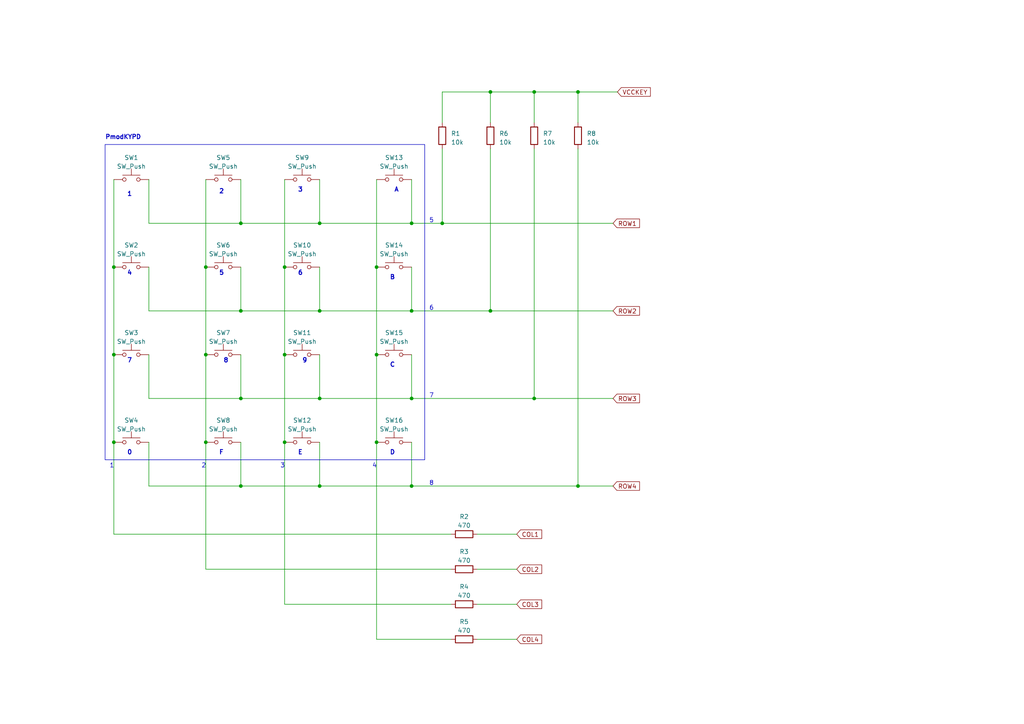
<source format=kicad_sch>
(kicad_sch (version 20230121) (generator eeschema)

  (uuid b4a36a6c-c955-49a8-9052-dbc7ea971579)

  (paper "A4")

  (title_block
    (title "KeyPad PmodKYPD")
    (date "2023-06-15")
  )

  (lib_symbols
    (symbol "Device:R" (pin_numbers hide) (pin_names (offset 0)) (in_bom yes) (on_board yes)
      (property "Reference" "R" (at 2.032 0 90)
        (effects (font (size 1.27 1.27)))
      )
      (property "Value" "R" (at 0 0 90)
        (effects (font (size 1.27 1.27)))
      )
      (property "Footprint" "" (at -1.778 0 90)
        (effects (font (size 1.27 1.27)) hide)
      )
      (property "Datasheet" "~" (at 0 0 0)
        (effects (font (size 1.27 1.27)) hide)
      )
      (property "ki_keywords" "R res resistor" (at 0 0 0)
        (effects (font (size 1.27 1.27)) hide)
      )
      (property "ki_description" "Resistor" (at 0 0 0)
        (effects (font (size 1.27 1.27)) hide)
      )
      (property "ki_fp_filters" "R_*" (at 0 0 0)
        (effects (font (size 1.27 1.27)) hide)
      )
      (symbol "R_0_1"
        (rectangle (start -1.016 -2.54) (end 1.016 2.54)
          (stroke (width 0.254) (type default))
          (fill (type none))
        )
      )
      (symbol "R_1_1"
        (pin passive line (at 0 3.81 270) (length 1.27)
          (name "~" (effects (font (size 1.27 1.27))))
          (number "1" (effects (font (size 1.27 1.27))))
        )
        (pin passive line (at 0 -3.81 90) (length 1.27)
          (name "~" (effects (font (size 1.27 1.27))))
          (number "2" (effects (font (size 1.27 1.27))))
        )
      )
    )
    (symbol "Switch:SW_Push" (pin_numbers hide) (pin_names (offset 1.016) hide) (in_bom yes) (on_board yes)
      (property "Reference" "SW" (at 1.27 2.54 0)
        (effects (font (size 1.27 1.27)) (justify left))
      )
      (property "Value" "SW_Push" (at 0 -1.524 0)
        (effects (font (size 1.27 1.27)))
      )
      (property "Footprint" "" (at 0 5.08 0)
        (effects (font (size 1.27 1.27)) hide)
      )
      (property "Datasheet" "~" (at 0 5.08 0)
        (effects (font (size 1.27 1.27)) hide)
      )
      (property "ki_keywords" "switch normally-open pushbutton push-button" (at 0 0 0)
        (effects (font (size 1.27 1.27)) hide)
      )
      (property "ki_description" "Push button switch, generic, two pins" (at 0 0 0)
        (effects (font (size 1.27 1.27)) hide)
      )
      (symbol "SW_Push_0_1"
        (circle (center -2.032 0) (radius 0.508)
          (stroke (width 0) (type default))
          (fill (type none))
        )
        (polyline
          (pts
            (xy 0 1.27)
            (xy 0 3.048)
          )
          (stroke (width 0) (type default))
          (fill (type none))
        )
        (polyline
          (pts
            (xy 2.54 1.27)
            (xy -2.54 1.27)
          )
          (stroke (width 0) (type default))
          (fill (type none))
        )
        (circle (center 2.032 0) (radius 0.508)
          (stroke (width 0) (type default))
          (fill (type none))
        )
        (pin passive line (at -5.08 0 0) (length 2.54)
          (name "1" (effects (font (size 1.27 1.27))))
          (number "1" (effects (font (size 1.27 1.27))))
        )
        (pin passive line (at 5.08 0 180) (length 2.54)
          (name "2" (effects (font (size 1.27 1.27))))
          (number "2" (effects (font (size 1.27 1.27))))
        )
      )
    )
  )

  (junction (at 33.02 128.27) (diameter 0) (color 0 0 0 0)
    (uuid 04551d68-1edd-4e30-8f82-8b9e798f0ace)
  )
  (junction (at 119.38 90.17) (diameter 0) (color 0 0 0 0)
    (uuid 0910a57e-3535-4975-b55f-fbc25b0e4ee6)
  )
  (junction (at 128.27 64.77) (diameter 0) (color 0 0 0 0)
    (uuid 0cb3140f-6c1b-451d-a1f0-a4826391e1f8)
  )
  (junction (at 69.85 115.57) (diameter 0) (color 0 0 0 0)
    (uuid 13821c97-61f9-4c50-9b0b-5800d9a18ab6)
  )
  (junction (at 167.64 140.97) (diameter 0) (color 0 0 0 0)
    (uuid 1575b1c0-b818-4ff5-b231-976f0164f152)
  )
  (junction (at 33.02 77.47) (diameter 0) (color 0 0 0 0)
    (uuid 1a759a79-28e0-4123-ae4e-e25b971b2143)
  )
  (junction (at 92.71 140.97) (diameter 0) (color 0 0 0 0)
    (uuid 23948470-2806-43da-9d1a-07be2096dd52)
  )
  (junction (at 69.85 64.77) (diameter 0) (color 0 0 0 0)
    (uuid 395d7063-7810-4f40-a98d-a55eb964009c)
  )
  (junction (at 109.22 102.87) (diameter 0) (color 0 0 0 0)
    (uuid 484ccf25-a3fb-4c94-8c2f-c923ef305e8f)
  )
  (junction (at 154.94 115.57) (diameter 0) (color 0 0 0 0)
    (uuid 4957c663-adaf-496d-8406-26aec5ff4233)
  )
  (junction (at 59.69 102.87) (diameter 0) (color 0 0 0 0)
    (uuid 4bfa99fa-d2ae-4e6e-bfb7-965449c05446)
  )
  (junction (at 92.71 115.57) (diameter 0) (color 0 0 0 0)
    (uuid 4cda5d8e-4d27-44ae-8867-a56009fcd1fc)
  )
  (junction (at 33.02 102.87) (diameter 0) (color 0 0 0 0)
    (uuid 526dbc9d-005d-4645-83eb-43b295f0c0e1)
  )
  (junction (at 154.94 26.67) (diameter 0) (color 0 0 0 0)
    (uuid 642f4f7e-18cf-41cb-8679-31c9bb60eec7)
  )
  (junction (at 59.69 77.47) (diameter 0) (color 0 0 0 0)
    (uuid 66b4cb0a-c59d-498c-84b5-73061684b24d)
  )
  (junction (at 82.55 77.47) (diameter 0) (color 0 0 0 0)
    (uuid 681600d8-2d66-48b2-a684-9310750b3f34)
  )
  (junction (at 119.38 140.97) (diameter 0) (color 0 0 0 0)
    (uuid 6bd3d7f7-0a86-4c54-ac0a-9185136b8995)
  )
  (junction (at 167.64 26.67) (diameter 0) (color 0 0 0 0)
    (uuid 70aa78bb-c3ce-4ce9-aba2-c8faf0668d8f)
  )
  (junction (at 119.38 64.77) (diameter 0) (color 0 0 0 0)
    (uuid 771b2d47-9cce-404e-a606-3cd2c21cab60)
  )
  (junction (at 92.71 90.17) (diameter 0) (color 0 0 0 0)
    (uuid 7ad064e7-9457-4d3b-9599-ccb0d569429a)
  )
  (junction (at 59.69 128.27) (diameter 0) (color 0 0 0 0)
    (uuid 7b042bcb-cbf6-4c08-95bd-8f4d4418e48f)
  )
  (junction (at 69.85 90.17) (diameter 0) (color 0 0 0 0)
    (uuid 81945e43-1ba1-4241-9acf-7bbed4a1d46c)
  )
  (junction (at 82.55 128.27) (diameter 0) (color 0 0 0 0)
    (uuid 838a5012-4aec-4e97-bcfe-00a30cc8054c)
  )
  (junction (at 109.22 77.47) (diameter 0) (color 0 0 0 0)
    (uuid 91e496fa-ff2b-432f-be36-33c9150e2ac6)
  )
  (junction (at 109.22 128.27) (diameter 0) (color 0 0 0 0)
    (uuid 93ceb3c5-331f-45d7-80cc-177076204a0f)
  )
  (junction (at 92.71 64.77) (diameter 0) (color 0 0 0 0)
    (uuid 9452854c-d041-48c3-9e31-ef728f5fd9cc)
  )
  (junction (at 82.55 102.87) (diameter 0) (color 0 0 0 0)
    (uuid ae1e45d2-ae2d-4897-b9ef-3db92caab0ce)
  )
  (junction (at 119.38 115.57) (diameter 0) (color 0 0 0 0)
    (uuid b2cd9be9-63b7-41c8-8e01-f031010a21c8)
  )
  (junction (at 142.24 90.17) (diameter 0) (color 0 0 0 0)
    (uuid c462570e-95fa-4695-a2e0-9a08f7675b4f)
  )
  (junction (at 142.24 26.67) (diameter 0) (color 0 0 0 0)
    (uuid ca7f3b26-186b-46e3-b555-835d1d6d1df1)
  )
  (junction (at 69.85 140.97) (diameter 0) (color 0 0 0 0)
    (uuid e5154a95-0580-4cb2-80fd-9b4439ba45db)
  )

  (wire (pts (xy 69.85 140.97) (xy 43.18 140.97))
    (stroke (width 0) (type default))
    (uuid 013b9343-6dad-4ea5-b3e8-d59bbf1550b2)
  )
  (wire (pts (xy 138.43 185.42) (xy 149.86 185.42))
    (stroke (width 0) (type default))
    (uuid 09981b55-c851-4526-ab0c-b61331112875)
  )
  (wire (pts (xy 43.18 77.47) (xy 43.18 90.17))
    (stroke (width 0) (type default))
    (uuid 09c2f85c-bc36-408d-b745-0a0d06d9dc3a)
  )
  (wire (pts (xy 59.69 52.07) (xy 59.69 77.47))
    (stroke (width 0) (type default))
    (uuid 0aa8c0f1-9b1a-41d2-9fe7-ae0015f643f8)
  )
  (wire (pts (xy 92.71 64.77) (xy 119.38 64.77))
    (stroke (width 0) (type default))
    (uuid 0c18f6e7-ee64-4245-87d3-309540cdefec)
  )
  (wire (pts (xy 128.27 35.56) (xy 128.27 26.67))
    (stroke (width 0) (type default))
    (uuid 125193d1-f5d3-4f4d-af09-dc3437c1d0c4)
  )
  (wire (pts (xy 177.8 140.97) (xy 167.64 140.97))
    (stroke (width 0) (type default))
    (uuid 1669c753-02ca-4e6e-b124-40554491ae2b)
  )
  (wire (pts (xy 69.85 77.47) (xy 69.85 90.17))
    (stroke (width 0) (type default))
    (uuid 1760d5ac-3688-47cf-adca-90be81f1c0a6)
  )
  (wire (pts (xy 119.38 128.27) (xy 119.38 140.97))
    (stroke (width 0) (type default))
    (uuid 17bc469e-a62f-453b-802a-893ae7f92048)
  )
  (wire (pts (xy 142.24 90.17) (xy 177.8 90.17))
    (stroke (width 0) (type default))
    (uuid 1dae89e1-3bd5-4f39-85cc-e60d1e35b297)
  )
  (wire (pts (xy 154.94 26.67) (xy 167.64 26.67))
    (stroke (width 0) (type default))
    (uuid 254e8994-b3d9-4bc0-b146-4baade9c6caa)
  )
  (wire (pts (xy 43.18 64.77) (xy 69.85 64.77))
    (stroke (width 0) (type default))
    (uuid 294ce95d-0a28-403d-956b-e99ac1089be5)
  )
  (wire (pts (xy 130.81 154.94) (xy 33.02 154.94))
    (stroke (width 0) (type default))
    (uuid 2c781880-b36b-49ec-9e58-b659c6cc4f03)
  )
  (wire (pts (xy 92.71 77.47) (xy 92.71 90.17))
    (stroke (width 0) (type default))
    (uuid 3c3aa23c-1ff7-4fa7-9a86-2a89ad0f4df9)
  )
  (wire (pts (xy 82.55 77.47) (xy 82.55 102.87))
    (stroke (width 0) (type default))
    (uuid 45dbbf21-0562-49ff-8441-634e62465e93)
  )
  (wire (pts (xy 138.43 165.1) (xy 149.86 165.1))
    (stroke (width 0) (type default))
    (uuid 471aefad-34b9-4b28-9413-f265ea7b2903)
  )
  (wire (pts (xy 59.69 102.87) (xy 59.69 128.27))
    (stroke (width 0) (type default))
    (uuid 47e28999-c2e6-4551-8939-f07f1337e6e1)
  )
  (wire (pts (xy 69.85 128.27) (xy 69.85 140.97))
    (stroke (width 0) (type default))
    (uuid 4ac3383f-6f5c-4e3d-a077-abd2b3874043)
  )
  (wire (pts (xy 167.64 140.97) (xy 119.38 140.97))
    (stroke (width 0) (type default))
    (uuid 4f85f450-3cb1-4e85-9574-59f783eeb042)
  )
  (wire (pts (xy 154.94 26.67) (xy 154.94 35.56))
    (stroke (width 0) (type default))
    (uuid 51f2f7f8-0f97-45f3-bfbb-4460512d5c67)
  )
  (wire (pts (xy 138.43 154.94) (xy 149.86 154.94))
    (stroke (width 0) (type default))
    (uuid 52299b26-a9f9-42c7-94d6-300e905e5e5a)
  )
  (wire (pts (xy 138.43 175.26) (xy 149.86 175.26))
    (stroke (width 0) (type default))
    (uuid 53a1e49b-87ed-47a3-a2cc-f85f912732e9)
  )
  (wire (pts (xy 43.18 102.87) (xy 43.18 115.57))
    (stroke (width 0) (type default))
    (uuid 5517ac4f-1491-476f-bcaf-c13f9bfd3a2d)
  )
  (wire (pts (xy 59.69 128.27) (xy 59.69 165.1))
    (stroke (width 0) (type default))
    (uuid 57c0e108-99da-410f-b603-6c7285409a16)
  )
  (wire (pts (xy 142.24 26.67) (xy 142.24 35.56))
    (stroke (width 0) (type default))
    (uuid 602e5c26-64a9-40a6-8353-7960c29d80d6)
  )
  (wire (pts (xy 109.22 52.07) (xy 109.22 77.47))
    (stroke (width 0) (type default))
    (uuid 6210d173-b5f6-4de4-ba43-d1035f67e48e)
  )
  (wire (pts (xy 119.38 140.97) (xy 92.71 140.97))
    (stroke (width 0) (type default))
    (uuid 6935f284-f1f1-42ba-8c2b-575a162c0e65)
  )
  (wire (pts (xy 109.22 102.87) (xy 109.22 128.27))
    (stroke (width 0) (type default))
    (uuid 69b946ba-8253-4306-b8fd-14e64e723f76)
  )
  (wire (pts (xy 69.85 64.77) (xy 92.71 64.77))
    (stroke (width 0) (type default))
    (uuid 6a76be87-ad3e-431d-af68-4a7e9f737102)
  )
  (wire (pts (xy 92.71 90.17) (xy 119.38 90.17))
    (stroke (width 0) (type default))
    (uuid 6b4ea3c6-f4c5-49c0-a8bb-f6f741ddeda1)
  )
  (wire (pts (xy 142.24 43.18) (xy 142.24 90.17))
    (stroke (width 0) (type default))
    (uuid 7421d818-cf55-4575-b946-01a143416b08)
  )
  (wire (pts (xy 69.85 52.07) (xy 69.85 64.77))
    (stroke (width 0) (type default))
    (uuid 7bc61432-ab8c-4865-b952-25133d7430f1)
  )
  (wire (pts (xy 119.38 90.17) (xy 142.24 90.17))
    (stroke (width 0) (type default))
    (uuid 80169881-b4ca-466c-af9b-314c6cc18354)
  )
  (wire (pts (xy 92.71 102.87) (xy 92.71 115.57))
    (stroke (width 0) (type default))
    (uuid 81108317-7161-4d59-bcc8-a51570b5455a)
  )
  (wire (pts (xy 92.71 128.27) (xy 92.71 140.97))
    (stroke (width 0) (type default))
    (uuid 83f4dbed-1d73-410f-a214-3d19a6a24a3f)
  )
  (wire (pts (xy 82.55 102.87) (xy 82.55 128.27))
    (stroke (width 0) (type default))
    (uuid 89b9caa6-fdcc-443d-aed2-7ef2235d002c)
  )
  (wire (pts (xy 142.24 26.67) (xy 154.94 26.67))
    (stroke (width 0) (type default))
    (uuid 8a9907be-defa-42b1-ad80-5cc55b82a530)
  )
  (wire (pts (xy 119.38 115.57) (xy 154.94 115.57))
    (stroke (width 0) (type default))
    (uuid 8da464ab-6499-4023-9afa-b36cfa57284e)
  )
  (wire (pts (xy 167.64 26.67) (xy 167.64 35.56))
    (stroke (width 0) (type default))
    (uuid 8dc04c48-84c7-4b27-adac-5f8ce4722941)
  )
  (wire (pts (xy 69.85 102.87) (xy 69.85 115.57))
    (stroke (width 0) (type default))
    (uuid 8dd07aa5-d3a1-4748-82f8-f13b150e141b)
  )
  (wire (pts (xy 92.71 140.97) (xy 69.85 140.97))
    (stroke (width 0) (type default))
    (uuid 9671dc86-3453-4de2-b4d3-701245d79456)
  )
  (wire (pts (xy 43.18 140.97) (xy 43.18 128.27))
    (stroke (width 0) (type default))
    (uuid 975fbb5a-0eee-412b-afe1-8dde42d153b3)
  )
  (wire (pts (xy 109.22 77.47) (xy 109.22 102.87))
    (stroke (width 0) (type default))
    (uuid 99fa76bb-87a7-4f57-8372-cb77d74a71de)
  )
  (wire (pts (xy 119.38 102.87) (xy 119.38 115.57))
    (stroke (width 0) (type default))
    (uuid 9ed37547-7f68-44c8-9047-50e605a31c3d)
  )
  (wire (pts (xy 43.18 90.17) (xy 69.85 90.17))
    (stroke (width 0) (type default))
    (uuid 9f43458b-e373-4101-bee3-8dd325bbd010)
  )
  (wire (pts (xy 82.55 52.07) (xy 82.55 77.47))
    (stroke (width 0) (type default))
    (uuid a06fc0df-626a-4fae-b064-1eb3149996b3)
  )
  (wire (pts (xy 119.38 52.07) (xy 119.38 64.77))
    (stroke (width 0) (type default))
    (uuid a480f1ec-4a53-4adb-b2b8-45e9d20c5a59)
  )
  (wire (pts (xy 109.22 185.42) (xy 130.81 185.42))
    (stroke (width 0) (type default))
    (uuid a518f57f-ad78-4cce-9956-f7fdcfab4a84)
  )
  (wire (pts (xy 154.94 115.57) (xy 177.8 115.57))
    (stroke (width 0) (type default))
    (uuid a55fc7ff-8a70-4745-94b8-3acf8989c6c4)
  )
  (wire (pts (xy 167.64 26.67) (xy 179.07 26.67))
    (stroke (width 0) (type default))
    (uuid ac4cb46b-3ec1-47c5-9e6e-3247f7b2a625)
  )
  (wire (pts (xy 167.64 43.18) (xy 167.64 140.97))
    (stroke (width 0) (type default))
    (uuid ad760205-7270-4d46-8f6c-c16d3032f711)
  )
  (wire (pts (xy 69.85 90.17) (xy 92.71 90.17))
    (stroke (width 0) (type default))
    (uuid aee159f2-40ed-4fa2-b9ee-a04d1f02efed)
  )
  (wire (pts (xy 119.38 64.77) (xy 128.27 64.77))
    (stroke (width 0) (type default))
    (uuid b13aa199-ae85-4889-a07d-b82f671d1eb7)
  )
  (wire (pts (xy 33.02 128.27) (xy 33.02 154.94))
    (stroke (width 0) (type default))
    (uuid b9cc74d1-49ba-4972-ab58-eb7876e2a2f2)
  )
  (wire (pts (xy 43.18 52.07) (xy 43.18 64.77))
    (stroke (width 0) (type default))
    (uuid bb0a0186-70ae-4e06-9a11-5fafad8486ef)
  )
  (wire (pts (xy 59.69 165.1) (xy 130.81 165.1))
    (stroke (width 0) (type default))
    (uuid c1160029-a063-408f-9c31-9255e4567050)
  )
  (wire (pts (xy 33.02 77.47) (xy 33.02 102.87))
    (stroke (width 0) (type default))
    (uuid c6eff51a-7ad1-4ff6-bf17-1838200fba14)
  )
  (wire (pts (xy 119.38 77.47) (xy 119.38 90.17))
    (stroke (width 0) (type default))
    (uuid c775c3f2-dbf6-43f2-b6bd-a93c60a7c162)
  )
  (wire (pts (xy 43.18 115.57) (xy 69.85 115.57))
    (stroke (width 0) (type default))
    (uuid c805edef-1d5d-48da-a626-9b0072ba146d)
  )
  (wire (pts (xy 33.02 52.07) (xy 33.02 77.47))
    (stroke (width 0) (type default))
    (uuid cd4709a8-43f6-4ce9-b6a7-42bac611e928)
  )
  (wire (pts (xy 109.22 128.27) (xy 109.22 185.42))
    (stroke (width 0) (type default))
    (uuid ceb218e3-b15c-4696-94b5-568bec01a55c)
  )
  (wire (pts (xy 154.94 43.18) (xy 154.94 115.57))
    (stroke (width 0) (type default))
    (uuid d5b7268a-f037-481c-b349-cba5364d7b4e)
  )
  (wire (pts (xy 82.55 175.26) (xy 130.81 175.26))
    (stroke (width 0) (type default))
    (uuid db78df2a-f90f-4b53-ad42-e8da22fea6d7)
  )
  (wire (pts (xy 128.27 64.77) (xy 177.8 64.77))
    (stroke (width 0) (type default))
    (uuid dc3997ee-46f8-40af-99a5-0d61cf0783e0)
  )
  (wire (pts (xy 59.69 77.47) (xy 59.69 102.87))
    (stroke (width 0) (type default))
    (uuid de542b45-a760-4e50-8b77-698887cdad50)
  )
  (wire (pts (xy 128.27 26.67) (xy 142.24 26.67))
    (stroke (width 0) (type default))
    (uuid e06eeb12-8560-45a7-8fbb-bf2b9e3f4dac)
  )
  (wire (pts (xy 82.55 128.27) (xy 82.55 175.26))
    (stroke (width 0) (type default))
    (uuid ec519a11-9427-442e-b168-5086e190f1b5)
  )
  (wire (pts (xy 128.27 43.18) (xy 128.27 64.77))
    (stroke (width 0) (type default))
    (uuid f4d6c26a-90a1-47b5-ba94-e24cb61e650d)
  )
  (wire (pts (xy 92.71 115.57) (xy 119.38 115.57))
    (stroke (width 0) (type default))
    (uuid f84a010f-41c8-46d2-9a69-6e5f3b130269)
  )
  (wire (pts (xy 69.85 115.57) (xy 92.71 115.57))
    (stroke (width 0) (type default))
    (uuid f91ff76b-6410-4a0a-b0ca-68f63e2c99a0)
  )
  (wire (pts (xy 92.71 52.07) (xy 92.71 64.77))
    (stroke (width 0) (type default))
    (uuid f97a4497-85eb-4cd4-a1f4-e8d331936eae)
  )
  (wire (pts (xy 33.02 102.87) (xy 33.02 128.27))
    (stroke (width 0) (type default))
    (uuid ff0ae958-2fab-4746-a753-0943e375dd3c)
  )

  (rectangle (start 30.48 41.91) (end 123.19 133.35)
    (stroke (width 0) (type default))
    (fill (type none))
    (uuid d9de17f3-dcbe-49af-8acd-85b29f646925)
  )

  (text "5" (at 124.46 64.77 0)
    (effects (font (size 1.27 1.27)) (justify left bottom))
    (uuid 037e6abf-a217-42b4-9546-5df46efcc553)
  )
  (text "6" (at 124.46 90.17 0)
    (effects (font (size 1.27 1.27)) (justify left bottom))
    (uuid 0bcadea0-0b4e-4286-84ee-03d0ff688e18)
  )
  (text "C" (at 113.03 106.68 0)
    (effects (font (size 1.27 1.27) bold) (justify left bottom))
    (uuid 1f6e6627-6f43-4b66-801f-8b4c60025cf6)
  )
  (text "4" (at 107.95 135.89 0)
    (effects (font (size 1.27 1.27)) (justify left bottom))
    (uuid 29a82241-6505-425f-8b79-52909522a567)
  )
  (text "5" (at 63.5 80.01 0)
    (effects (font (size 1.27 1.27) bold) (justify left bottom))
    (uuid 415f2999-8f96-41da-ac6a-1cd0c6eb8e91)
  )
  (text "E" (at 86.36 132.08 0)
    (effects (font (size 1.27 1.27) bold) (justify left bottom))
    (uuid 4ef40c02-f16c-478b-9f47-1f990c2ae4cc)
  )
  (text "A" (at 114.3 55.88 0)
    (effects (font (size 1.27 1.27) bold) (justify left bottom))
    (uuid 5a5442c1-300f-4b69-a042-9d5b9e5574bc)
  )
  (text "8" (at 64.77 105.41 0)
    (effects (font (size 1.27 1.27) bold) (justify left bottom))
    (uuid 5e1421f6-6965-479e-b8a5-66b7ad6c5f25)
  )
  (text "7" (at 124.46 115.57 0)
    (effects (font (size 1.27 1.27)) (justify left bottom))
    (uuid 5f7cf2b0-302a-4aaf-8741-a0ce8c2c0785)
  )
  (text "6" (at 86.36 80.01 0)
    (effects (font (size 1.27 1.27) bold) (justify left bottom))
    (uuid 688932d3-9531-41a9-9d2f-372c30d6dee1)
  )
  (text "PmodKYPD" (at 30.48 40.64 0)
    (effects (font (size 1.27 1.27) bold) (justify left bottom))
    (uuid 69201359-5be8-4ab5-a336-3b5257ead266)
  )
  (text "4" (at 36.83 80.01 0)
    (effects (font (size 1.27 1.27) bold) (justify left bottom))
    (uuid 7c22c4da-be15-410f-b190-2e4508f33f7c)
  )
  (text "2\n\n" (at 63.5 58.42 0)
    (effects (font (size 1.27 1.27) bold) (justify left bottom))
    (uuid 7f952a2c-f942-4a7e-8c72-ad1cab71c3f9)
  )
  (text "9" (at 87.63 105.41 0)
    (effects (font (size 1.27 1.27) bold) (justify left bottom))
    (uuid 8988e52b-64cc-44ee-aadf-6066fe5910eb)
  )
  (text "8" (at 124.46 140.97 0)
    (effects (font (size 1.27 1.27)) (justify left bottom))
    (uuid 95e5cfb4-d609-4b6b-9eda-ea4e0155fbac)
  )
  (text "1" (at 31.75 135.89 0)
    (effects (font (size 1.27 1.27)) (justify left bottom))
    (uuid a41b1e8a-87d1-4b11-aaf4-b92676bbe91f)
  )
  (text "F" (at 63.5 132.08 0)
    (effects (font (size 1.27 1.27) bold) (justify left bottom))
    (uuid a45a5dd5-0ce2-4199-a472-7f5c340ad7e9)
  )
  (text "2" (at 58.42 135.89 0)
    (effects (font (size 1.27 1.27)) (justify left bottom))
    (uuid a89be44e-c5f9-4169-9460-b2b29a9aaa0f)
  )
  (text "D" (at 113.03 132.08 0)
    (effects (font (size 1.27 1.27) bold) (justify left bottom))
    (uuid c2430c34-69c0-4ab6-9e6c-4acd11fa7f81)
  )
  (text "3" (at 81.28 135.89 0)
    (effects (font (size 1.27 1.27)) (justify left bottom))
    (uuid c5411950-784b-4eb7-8347-f27ff2052b52)
  )
  (text "7" (at 36.83 105.41 0)
    (effects (font (size 1.27 1.27) bold) (justify left bottom))
    (uuid d4dde0ed-8f8e-454f-8015-d81c2b91aac0)
  )
  (text "0" (at 36.83 132.08 0)
    (effects (font (size 1.27 1.27) bold) (justify left bottom))
    (uuid e311db34-fbd1-4a37-a645-29bbf81e3a5a)
  )
  (text "1" (at 36.83 57.15 0)
    (effects (font (size 1.27 1.27) (thickness 0.254) bold) (justify left bottom))
    (uuid e32b71c2-78c2-48e6-9873-1508f91b9bff)
  )
  (text "B" (at 113.03 81.28 0)
    (effects (font (size 1.27 1.27) bold) (justify left bottom))
    (uuid e4f15f1c-fe96-47da-b704-b56ef96d5837)
  )
  (text "3" (at 86.36 55.88 0)
    (effects (font (size 1.27 1.27) bold) (justify left bottom))
    (uuid f14144ae-dc21-4ddc-b13c-999ce54114e0)
  )

  (global_label "ROW3" (shape input) (at 177.8 115.57 0) (fields_autoplaced)
    (effects (font (size 1.27 1.27)) (justify left))
    (uuid 340bbbe4-0f9a-4cda-82b6-a69694aefb75)
    (property "Intersheetrefs" "${INTERSHEET_REFS}" (at 185.9672 115.57 0)
      (effects (font (size 1.27 1.27)) (justify left) hide)
    )
  )
  (global_label "COL2" (shape input) (at 149.86 165.1 0) (fields_autoplaced)
    (effects (font (size 1.27 1.27)) (justify left))
    (uuid 42d1d9ed-5106-4537-b10e-2d05031610a1)
    (property "Intersheetrefs" "${INTERSHEET_REFS}" (at 157.6039 165.1 0)
      (effects (font (size 1.27 1.27)) (justify left) hide)
    )
  )
  (global_label "VCCKEY" (shape input) (at 179.07 26.67 0) (fields_autoplaced)
    (effects (font (size 1.27 1.27)) (justify left))
    (uuid 5f48622b-4018-47c6-9fdc-70f53d3e988f)
    (property "Intersheetrefs" "${INTERSHEET_REFS}" (at 189.112 26.67 0)
      (effects (font (size 1.27 1.27)) (justify left) hide)
    )
  )
  (global_label "ROW4" (shape input) (at 177.8 140.97 0) (fields_autoplaced)
    (effects (font (size 1.27 1.27)) (justify left))
    (uuid 9474a719-fb32-4aea-910d-ba9458b98ae1)
    (property "Intersheetrefs" "${INTERSHEET_REFS}" (at 185.9672 140.97 0)
      (effects (font (size 1.27 1.27)) (justify left) hide)
    )
  )
  (global_label "ROW2" (shape input) (at 177.8 90.17 0) (fields_autoplaced)
    (effects (font (size 1.27 1.27)) (justify left))
    (uuid badd331a-c252-4a32-8d2f-8d23769c52bf)
    (property "Intersheetrefs" "${INTERSHEET_REFS}" (at 185.9672 90.17 0)
      (effects (font (size 1.27 1.27)) (justify left) hide)
    )
  )
  (global_label "COL4" (shape input) (at 149.86 185.42 0) (fields_autoplaced)
    (effects (font (size 1.27 1.27)) (justify left))
    (uuid c1eed36a-c576-4b62-a237-e7572bc70bab)
    (property "Intersheetrefs" "${INTERSHEET_REFS}" (at 157.6039 185.42 0)
      (effects (font (size 1.27 1.27)) (justify left) hide)
    )
  )
  (global_label "ROW1" (shape input) (at 177.8 64.77 0) (fields_autoplaced)
    (effects (font (size 1.27 1.27)) (justify left))
    (uuid c2b6a976-1c7d-41fe-a035-6aba85cbf407)
    (property "Intersheetrefs" "${INTERSHEET_REFS}" (at 185.9672 64.77 0)
      (effects (font (size 1.27 1.27)) (justify left) hide)
    )
  )
  (global_label "COL1" (shape input) (at 149.86 154.94 0) (fields_autoplaced)
    (effects (font (size 1.27 1.27)) (justify left))
    (uuid d75e8edc-8cd3-4567-b255-6914941bcd0b)
    (property "Intersheetrefs" "${INTERSHEET_REFS}" (at 157.6039 154.94 0)
      (effects (font (size 1.27 1.27)) (justify left) hide)
    )
  )
  (global_label "COL3" (shape input) (at 149.86 175.26 0) (fields_autoplaced)
    (effects (font (size 1.27 1.27)) (justify left))
    (uuid ff774988-a185-41f3-993c-604075b50c25)
    (property "Intersheetrefs" "${INTERSHEET_REFS}" (at 157.6039 175.26 0)
      (effects (font (size 1.27 1.27)) (justify left) hide)
    )
  )

  (symbol (lib_id "Device:R") (at 134.62 154.94 270) (unit 1)
    (in_bom yes) (on_board yes) (dnp no) (fields_autoplaced)
    (uuid 0e35acd9-e8c2-4901-8aec-0af2f5c1f97c)
    (property "Reference" "R2" (at 134.62 149.86 90)
      (effects (font (size 1.27 1.27)))
    )
    (property "Value" "470" (at 134.62 152.4 90)
      (effects (font (size 1.27 1.27)))
    )
    (property "Footprint" "Resistor_SMD:R_0201_0603Metric" (at 134.62 153.162 90)
      (effects (font (size 1.27 1.27)) hide)
    )
    (property "Datasheet" "~" (at 134.62 154.94 0)
      (effects (font (size 1.27 1.27)) hide)
    )
    (pin "1" (uuid 43223bfb-a73b-4e3d-8169-f08068774861))
    (pin "2" (uuid d2ec8d6e-fa01-4310-80bb-4291abb8af1a))
    (instances
      (project "calculator"
        (path "/c551c393-3eaa-493e-8775-6217daf7eece"
          (reference "R2") (unit 1)
        )
        (path "/c551c393-3eaa-493e-8775-6217daf7eece/cbb934fa-8251-40d5-911c-ccb6ddf30dce"
          (reference "R10") (unit 1)
        )
      )
    )
  )

  (symbol (lib_id "Switch:SW_Push") (at 87.63 128.27 0) (unit 1)
    (in_bom yes) (on_board yes) (dnp no) (fields_autoplaced)
    (uuid 26fccf00-cb2a-4da0-9e95-1c7d3c72a446)
    (property "Reference" "SW12" (at 87.63 121.92 0)
      (effects (font (size 1.27 1.27)))
    )
    (property "Value" "SW_Push" (at 87.63 124.46 0)
      (effects (font (size 1.27 1.27)))
    )
    (property "Footprint" "Button_Switch_SMD:SW_Push_1P1T_NO_6x6mm_H9.5mm" (at 87.63 123.19 0)
      (effects (font (size 1.27 1.27)) hide)
    )
    (property "Datasheet" "~" (at 87.63 123.19 0)
      (effects (font (size 1.27 1.27)) hide)
    )
    (pin "1" (uuid 38d05fba-1491-4c77-a767-25804d718357))
    (pin "2" (uuid 11262350-2943-456b-9fe9-044eacf1ff3d))
    (instances
      (project "calculator"
        (path "/c551c393-3eaa-493e-8775-6217daf7eece"
          (reference "SW12") (unit 1)
        )
        (path "/c551c393-3eaa-493e-8775-6217daf7eece/cbb934fa-8251-40d5-911c-ccb6ddf30dce"
          (reference "SW28") (unit 1)
        )
      )
    )
  )

  (symbol (lib_id "Device:R") (at 142.24 39.37 180) (unit 1)
    (in_bom yes) (on_board yes) (dnp no) (fields_autoplaced)
    (uuid 38164659-1f37-472c-a89f-8d8ce0c831b1)
    (property "Reference" "R6" (at 144.78 38.735 0)
      (effects (font (size 1.27 1.27)) (justify right))
    )
    (property "Value" "10k" (at 144.78 41.275 0)
      (effects (font (size 1.27 1.27)) (justify right))
    )
    (property "Footprint" "Resistor_SMD:R_0201_0603Metric" (at 144.018 39.37 90)
      (effects (font (size 1.27 1.27)) hide)
    )
    (property "Datasheet" "~" (at 142.24 39.37 0)
      (effects (font (size 1.27 1.27)) hide)
    )
    (pin "1" (uuid a52c1aba-b4af-40dc-aeda-cf61dfdfa20e))
    (pin "2" (uuid 1a5f06bb-7e65-4f7c-948f-79667fbeaa78))
    (instances
      (project "calculator"
        (path "/c551c393-3eaa-493e-8775-6217daf7eece"
          (reference "R6") (unit 1)
        )
        (path "/c551c393-3eaa-493e-8775-6217daf7eece/cbb934fa-8251-40d5-911c-ccb6ddf30dce"
          (reference "R14") (unit 1)
        )
      )
    )
  )

  (symbol (lib_id "Switch:SW_Push") (at 64.77 128.27 0) (unit 1)
    (in_bom yes) (on_board yes) (dnp no) (fields_autoplaced)
    (uuid 462a93af-efc4-42b8-845d-15744e0c21f0)
    (property "Reference" "SW8" (at 64.77 121.92 0)
      (effects (font (size 1.27 1.27)))
    )
    (property "Value" "SW_Push" (at 64.77 124.46 0)
      (effects (font (size 1.27 1.27)))
    )
    (property "Footprint" "Button_Switch_SMD:SW_Push_1P1T_NO_6x6mm_H9.5mm" (at 64.77 123.19 0)
      (effects (font (size 1.27 1.27)) hide)
    )
    (property "Datasheet" "~" (at 64.77 123.19 0)
      (effects (font (size 1.27 1.27)) hide)
    )
    (pin "1" (uuid 40907805-8c07-451a-a1b7-27f8315ce64d))
    (pin "2" (uuid ccb26000-476d-4972-b1cb-2e04341171d9))
    (instances
      (project "calculator"
        (path "/c551c393-3eaa-493e-8775-6217daf7eece"
          (reference "SW8") (unit 1)
        )
        (path "/c551c393-3eaa-493e-8775-6217daf7eece/cbb934fa-8251-40d5-911c-ccb6ddf30dce"
          (reference "SW24") (unit 1)
        )
      )
    )
  )

  (symbol (lib_id "Switch:SW_Push") (at 64.77 52.07 0) (unit 1)
    (in_bom yes) (on_board yes) (dnp no) (fields_autoplaced)
    (uuid 4a237930-07d8-41fd-8f3d-6a06b55b31c6)
    (property "Reference" "SW5" (at 64.77 45.72 0)
      (effects (font (size 1.27 1.27)))
    )
    (property "Value" "SW_Push" (at 64.77 48.26 0)
      (effects (font (size 1.27 1.27)))
    )
    (property "Footprint" "Button_Switch_SMD:SW_Push_1P1T_NO_6x6mm_H9.5mm" (at 64.77 46.99 0)
      (effects (font (size 1.27 1.27)) hide)
    )
    (property "Datasheet" "~" (at 64.77 46.99 0)
      (effects (font (size 1.27 1.27)) hide)
    )
    (pin "1" (uuid dec30b68-5a6b-4e6a-abc1-e0b14496a862))
    (pin "2" (uuid 044b12e2-e9a7-4137-bb2b-2a6214cab51d))
    (instances
      (project "calculator"
        (path "/c551c393-3eaa-493e-8775-6217daf7eece"
          (reference "SW5") (unit 1)
        )
        (path "/c551c393-3eaa-493e-8775-6217daf7eece/cbb934fa-8251-40d5-911c-ccb6ddf30dce"
          (reference "SW21") (unit 1)
        )
      )
    )
  )

  (symbol (lib_id "Switch:SW_Push") (at 114.3 77.47 0) (unit 1)
    (in_bom yes) (on_board yes) (dnp no) (fields_autoplaced)
    (uuid 4deff4ac-d072-48c2-bed2-2363dfb900d2)
    (property "Reference" "SW14" (at 114.3 71.12 0)
      (effects (font (size 1.27 1.27)))
    )
    (property "Value" "SW_Push" (at 114.3 73.66 0)
      (effects (font (size 1.27 1.27)))
    )
    (property "Footprint" "Button_Switch_SMD:SW_Push_1P1T_NO_6x6mm_H9.5mm" (at 114.3 72.39 0)
      (effects (font (size 1.27 1.27)) hide)
    )
    (property "Datasheet" "~" (at 114.3 72.39 0)
      (effects (font (size 1.27 1.27)) hide)
    )
    (pin "1" (uuid 0494edc8-b1c3-4be1-b52b-5f1df0ac94ea))
    (pin "2" (uuid 8a1174ba-a7eb-4b9c-b8ab-817a8a6f7ba2))
    (instances
      (project "calculator"
        (path "/c551c393-3eaa-493e-8775-6217daf7eece"
          (reference "SW14") (unit 1)
        )
        (path "/c551c393-3eaa-493e-8775-6217daf7eece/cbb934fa-8251-40d5-911c-ccb6ddf30dce"
          (reference "SW30") (unit 1)
        )
      )
    )
  )

  (symbol (lib_id "Switch:SW_Push") (at 38.1 128.27 0) (unit 1)
    (in_bom yes) (on_board yes) (dnp no) (fields_autoplaced)
    (uuid 547256a0-2ce7-4ccc-adab-d754836049b3)
    (property "Reference" "SW4" (at 38.1 121.92 0)
      (effects (font (size 1.27 1.27)))
    )
    (property "Value" "SW_Push" (at 38.1 124.46 0)
      (effects (font (size 1.27 1.27)))
    )
    (property "Footprint" "Button_Switch_SMD:SW_Push_1P1T_NO_6x6mm_H9.5mm" (at 38.1 123.19 0)
      (effects (font (size 1.27 1.27)) hide)
    )
    (property "Datasheet" "~" (at 38.1 123.19 0)
      (effects (font (size 1.27 1.27)) hide)
    )
    (pin "1" (uuid 9d019743-6f25-4374-8dba-c60add3fc600))
    (pin "2" (uuid 02bf9dab-99fa-4924-ba0f-d2aeea368df4))
    (instances
      (project "calculator"
        (path "/c551c393-3eaa-493e-8775-6217daf7eece"
          (reference "SW4") (unit 1)
        )
        (path "/c551c393-3eaa-493e-8775-6217daf7eece/cbb934fa-8251-40d5-911c-ccb6ddf30dce"
          (reference "SW20") (unit 1)
        )
      )
    )
  )

  (symbol (lib_id "Device:R") (at 134.62 185.42 270) (unit 1)
    (in_bom yes) (on_board yes) (dnp no) (fields_autoplaced)
    (uuid 5617e659-56cb-4ec7-9590-19531bfb7fb1)
    (property "Reference" "R5" (at 134.62 180.34 90)
      (effects (font (size 1.27 1.27)))
    )
    (property "Value" "470" (at 134.62 182.88 90)
      (effects (font (size 1.27 1.27)))
    )
    (property "Footprint" "Resistor_SMD:R_0201_0603Metric" (at 134.62 183.642 90)
      (effects (font (size 1.27 1.27)) hide)
    )
    (property "Datasheet" "~" (at 134.62 185.42 0)
      (effects (font (size 1.27 1.27)) hide)
    )
    (pin "1" (uuid 4b23235c-d457-4ae5-9679-e3ea1c158c2b))
    (pin "2" (uuid 6deac830-8599-42c9-8c8a-d7a22a22ae3f))
    (instances
      (project "calculator"
        (path "/c551c393-3eaa-493e-8775-6217daf7eece"
          (reference "R5") (unit 1)
        )
        (path "/c551c393-3eaa-493e-8775-6217daf7eece/cbb934fa-8251-40d5-911c-ccb6ddf30dce"
          (reference "R13") (unit 1)
        )
      )
    )
  )

  (symbol (lib_id "Switch:SW_Push") (at 38.1 77.47 0) (unit 1)
    (in_bom yes) (on_board yes) (dnp no) (fields_autoplaced)
    (uuid 595d6b3b-669c-4ff0-a773-7b223a45178d)
    (property "Reference" "SW2" (at 38.1 71.12 0)
      (effects (font (size 1.27 1.27)))
    )
    (property "Value" "SW_Push" (at 38.1 73.66 0)
      (effects (font (size 1.27 1.27)))
    )
    (property "Footprint" "Button_Switch_SMD:SW_Push_1P1T_NO_6x6mm_H9.5mm" (at 38.1 72.39 0)
      (effects (font (size 1.27 1.27)) hide)
    )
    (property "Datasheet" "~" (at 38.1 72.39 0)
      (effects (font (size 1.27 1.27)) hide)
    )
    (pin "1" (uuid 1366e402-1574-435a-9121-d6343bf65e94))
    (pin "2" (uuid 5fafae8b-b89a-4d34-a7f5-8a4065ddfbc9))
    (instances
      (project "calculator"
        (path "/c551c393-3eaa-493e-8775-6217daf7eece"
          (reference "SW2") (unit 1)
        )
        (path "/c551c393-3eaa-493e-8775-6217daf7eece/cbb934fa-8251-40d5-911c-ccb6ddf30dce"
          (reference "SW18") (unit 1)
        )
      )
    )
  )

  (symbol (lib_id "Switch:SW_Push") (at 114.3 102.87 0) (unit 1)
    (in_bom yes) (on_board yes) (dnp no) (fields_autoplaced)
    (uuid 59b459e6-ad39-48b4-b9e2-adcea5f8901d)
    (property "Reference" "SW15" (at 114.3 96.52 0)
      (effects (font (size 1.27 1.27)))
    )
    (property "Value" "SW_Push" (at 114.3 99.06 0)
      (effects (font (size 1.27 1.27)))
    )
    (property "Footprint" "Button_Switch_SMD:SW_Push_1P1T_NO_6x6mm_H9.5mm" (at 114.3 97.79 0)
      (effects (font (size 1.27 1.27)) hide)
    )
    (property "Datasheet" "~" (at 114.3 97.79 0)
      (effects (font (size 1.27 1.27)) hide)
    )
    (pin "1" (uuid c5069c64-3091-4c4c-9828-74ea1c5c047f))
    (pin "2" (uuid f6363c63-31d7-4e56-a198-3964cdd89b0e))
    (instances
      (project "calculator"
        (path "/c551c393-3eaa-493e-8775-6217daf7eece"
          (reference "SW15") (unit 1)
        )
        (path "/c551c393-3eaa-493e-8775-6217daf7eece/cbb934fa-8251-40d5-911c-ccb6ddf30dce"
          (reference "SW31") (unit 1)
        )
      )
    )
  )

  (symbol (lib_id "Device:R") (at 128.27 39.37 180) (unit 1)
    (in_bom yes) (on_board yes) (dnp no) (fields_autoplaced)
    (uuid 5c0f61a2-02de-48c0-911d-08155089765f)
    (property "Reference" "R1" (at 130.81 38.735 0)
      (effects (font (size 1.27 1.27)) (justify right))
    )
    (property "Value" "10k" (at 130.81 41.275 0)
      (effects (font (size 1.27 1.27)) (justify right))
    )
    (property "Footprint" "Resistor_SMD:R_0201_0603Metric" (at 130.048 39.37 90)
      (effects (font (size 1.27 1.27)) hide)
    )
    (property "Datasheet" "~" (at 128.27 39.37 0)
      (effects (font (size 1.27 1.27)) hide)
    )
    (pin "1" (uuid ac835c9f-d05c-4a8f-afff-4356621b6d5d))
    (pin "2" (uuid 0e4b4ee0-cd75-4791-a44b-cbd3d885d0a0))
    (instances
      (project "calculator"
        (path "/c551c393-3eaa-493e-8775-6217daf7eece"
          (reference "R1") (unit 1)
        )
        (path "/c551c393-3eaa-493e-8775-6217daf7eece/cbb934fa-8251-40d5-911c-ccb6ddf30dce"
          (reference "R9") (unit 1)
        )
      )
    )
  )

  (symbol (lib_id "Switch:SW_Push") (at 87.63 102.87 0) (unit 1)
    (in_bom yes) (on_board yes) (dnp no) (fields_autoplaced)
    (uuid 638468fb-025b-460f-8c64-58b093480307)
    (property "Reference" "SW11" (at 87.63 96.52 0)
      (effects (font (size 1.27 1.27)))
    )
    (property "Value" "SW_Push" (at 87.63 99.06 0)
      (effects (font (size 1.27 1.27)))
    )
    (property "Footprint" "Button_Switch_SMD:SW_Push_1P1T_NO_6x6mm_H9.5mm" (at 87.63 97.79 0)
      (effects (font (size 1.27 1.27)) hide)
    )
    (property "Datasheet" "~" (at 87.63 97.79 0)
      (effects (font (size 1.27 1.27)) hide)
    )
    (pin "1" (uuid 2a6b717c-5385-4cc1-8eac-7f8541b6fb6c))
    (pin "2" (uuid 91a38186-4670-4b85-bc9e-ada25d35aa65))
    (instances
      (project "calculator"
        (path "/c551c393-3eaa-493e-8775-6217daf7eece"
          (reference "SW11") (unit 1)
        )
        (path "/c551c393-3eaa-493e-8775-6217daf7eece/cbb934fa-8251-40d5-911c-ccb6ddf30dce"
          (reference "SW27") (unit 1)
        )
      )
    )
  )

  (symbol (lib_id "Switch:SW_Push") (at 114.3 128.27 0) (unit 1)
    (in_bom yes) (on_board yes) (dnp no) (fields_autoplaced)
    (uuid 810969a6-48f4-4fcf-ad39-db6d38766fdc)
    (property "Reference" "SW16" (at 114.3 121.92 0)
      (effects (font (size 1.27 1.27)))
    )
    (property "Value" "SW_Push" (at 114.3 124.46 0)
      (effects (font (size 1.27 1.27)))
    )
    (property "Footprint" "Button_Switch_SMD:SW_Push_1P1T_NO_6x6mm_H9.5mm" (at 114.3 123.19 0)
      (effects (font (size 1.27 1.27)) hide)
    )
    (property "Datasheet" "~" (at 114.3 123.19 0)
      (effects (font (size 1.27 1.27)) hide)
    )
    (pin "1" (uuid a866cc52-c721-40f9-a04d-dda29659c9a7))
    (pin "2" (uuid aba1b06d-f50d-4079-9ff9-13b40a892b6d))
    (instances
      (project "calculator"
        (path "/c551c393-3eaa-493e-8775-6217daf7eece"
          (reference "SW16") (unit 1)
        )
        (path "/c551c393-3eaa-493e-8775-6217daf7eece/cbb934fa-8251-40d5-911c-ccb6ddf30dce"
          (reference "SW32") (unit 1)
        )
      )
    )
  )

  (symbol (lib_id "Switch:SW_Push") (at 38.1 102.87 0) (unit 1)
    (in_bom yes) (on_board yes) (dnp no) (fields_autoplaced)
    (uuid 8109db81-eacc-42f3-9aff-448abd4bcd41)
    (property "Reference" "SW3" (at 38.1 96.52 0)
      (effects (font (size 1.27 1.27)))
    )
    (property "Value" "SW_Push" (at 38.1 99.06 0)
      (effects (font (size 1.27 1.27)))
    )
    (property "Footprint" "Button_Switch_SMD:SW_Push_1P1T_NO_6x6mm_H9.5mm" (at 38.1 97.79 0)
      (effects (font (size 1.27 1.27)) hide)
    )
    (property "Datasheet" "~" (at 38.1 97.79 0)
      (effects (font (size 1.27 1.27)) hide)
    )
    (pin "1" (uuid 4efb5ed5-4f12-4ce3-9a3e-0b117b0cbf6f))
    (pin "2" (uuid 3708abcd-df08-4b49-9231-0517defd2ada))
    (instances
      (project "calculator"
        (path "/c551c393-3eaa-493e-8775-6217daf7eece"
          (reference "SW3") (unit 1)
        )
        (path "/c551c393-3eaa-493e-8775-6217daf7eece/cbb934fa-8251-40d5-911c-ccb6ddf30dce"
          (reference "SW19") (unit 1)
        )
      )
    )
  )

  (symbol (lib_id "Switch:SW_Push") (at 38.1 52.07 0) (unit 1)
    (in_bom yes) (on_board yes) (dnp no) (fields_autoplaced)
    (uuid 92aaba11-03c4-4be5-8833-00dae4d93ea1)
    (property "Reference" "SW1" (at 38.1 45.72 0)
      (effects (font (size 1.27 1.27)))
    )
    (property "Value" "SW_Push" (at 38.1 48.26 0)
      (effects (font (size 1.27 1.27)))
    )
    (property "Footprint" "Button_Switch_SMD:SW_Push_1P1T_NO_6x6mm_H9.5mm" (at 38.1 46.99 0)
      (effects (font (size 1.27 1.27)) hide)
    )
    (property "Datasheet" "~" (at 38.1 46.99 0)
      (effects (font (size 1.27 1.27)) hide)
    )
    (pin "1" (uuid 6b22927c-056a-40c5-a7a2-170b6c87934b))
    (pin "2" (uuid 315db256-d68c-4002-b05d-65a51c9269b1))
    (instances
      (project "calculator"
        (path "/c551c393-3eaa-493e-8775-6217daf7eece"
          (reference "SW1") (unit 1)
        )
        (path "/c551c393-3eaa-493e-8775-6217daf7eece/cbb934fa-8251-40d5-911c-ccb6ddf30dce"
          (reference "SW17") (unit 1)
        )
      )
    )
  )

  (symbol (lib_id "Switch:SW_Push") (at 87.63 52.07 0) (unit 1)
    (in_bom yes) (on_board yes) (dnp no) (fields_autoplaced)
    (uuid 9f31c292-83bc-4d87-9e96-ee6ccaaf410f)
    (property "Reference" "SW9" (at 87.63 45.72 0)
      (effects (font (size 1.27 1.27)))
    )
    (property "Value" "SW_Push" (at 87.63 48.26 0)
      (effects (font (size 1.27 1.27)))
    )
    (property "Footprint" "Button_Switch_SMD:SW_Push_1P1T_NO_6x6mm_H9.5mm" (at 87.63 46.99 0)
      (effects (font (size 1.27 1.27)) hide)
    )
    (property "Datasheet" "~" (at 87.63 46.99 0)
      (effects (font (size 1.27 1.27)) hide)
    )
    (pin "1" (uuid 98e726e4-57ba-4cff-87a4-f2ec7d4e0488))
    (pin "2" (uuid 03aad8f7-fb2c-47c8-bb8b-1a6459306e5a))
    (instances
      (project "calculator"
        (path "/c551c393-3eaa-493e-8775-6217daf7eece"
          (reference "SW9") (unit 1)
        )
        (path "/c551c393-3eaa-493e-8775-6217daf7eece/cbb934fa-8251-40d5-911c-ccb6ddf30dce"
          (reference "SW25") (unit 1)
        )
      )
    )
  )

  (symbol (lib_id "Switch:SW_Push") (at 114.3 52.07 0) (unit 1)
    (in_bom yes) (on_board yes) (dnp no) (fields_autoplaced)
    (uuid b2bdb157-e9db-42fb-b46e-dc2e3c6e08e0)
    (property "Reference" "SW13" (at 114.3 45.72 0)
      (effects (font (size 1.27 1.27)))
    )
    (property "Value" "SW_Push" (at 114.3 48.26 0)
      (effects (font (size 1.27 1.27)))
    )
    (property "Footprint" "Button_Switch_SMD:SW_Push_1P1T_NO_6x6mm_H9.5mm" (at 114.3 46.99 0)
      (effects (font (size 1.27 1.27)) hide)
    )
    (property "Datasheet" "~" (at 114.3 46.99 0)
      (effects (font (size 1.27 1.27)) hide)
    )
    (pin "1" (uuid 618a1c08-7afb-4ddd-af6a-68eb616be5e5))
    (pin "2" (uuid 7faea948-7dae-4908-8a72-aa598e258350))
    (instances
      (project "calculator"
        (path "/c551c393-3eaa-493e-8775-6217daf7eece"
          (reference "SW13") (unit 1)
        )
        (path "/c551c393-3eaa-493e-8775-6217daf7eece/cbb934fa-8251-40d5-911c-ccb6ddf30dce"
          (reference "SW29") (unit 1)
        )
      )
    )
  )

  (symbol (lib_id "Switch:SW_Push") (at 64.77 77.47 0) (unit 1)
    (in_bom yes) (on_board yes) (dnp no) (fields_autoplaced)
    (uuid bee710f1-e766-4961-8028-f4e1199c5973)
    (property "Reference" "SW6" (at 64.77 71.12 0)
      (effects (font (size 1.27 1.27)))
    )
    (property "Value" "SW_Push" (at 64.77 73.66 0)
      (effects (font (size 1.27 1.27)))
    )
    (property "Footprint" "Button_Switch_SMD:SW_Push_1P1T_NO_6x6mm_H9.5mm" (at 64.77 72.39 0)
      (effects (font (size 1.27 1.27)) hide)
    )
    (property "Datasheet" "~" (at 64.77 72.39 0)
      (effects (font (size 1.27 1.27)) hide)
    )
    (pin "1" (uuid 8107c931-562c-4c91-aa16-48b9c522a21c))
    (pin "2" (uuid 6babc703-7f4d-4716-9cdb-1dc9961bdffe))
    (instances
      (project "calculator"
        (path "/c551c393-3eaa-493e-8775-6217daf7eece"
          (reference "SW6") (unit 1)
        )
        (path "/c551c393-3eaa-493e-8775-6217daf7eece/cbb934fa-8251-40d5-911c-ccb6ddf30dce"
          (reference "SW22") (unit 1)
        )
      )
    )
  )

  (symbol (lib_id "Device:R") (at 167.64 39.37 180) (unit 1)
    (in_bom yes) (on_board yes) (dnp no) (fields_autoplaced)
    (uuid c99d2d67-c813-4703-a568-0698f11a0ab5)
    (property "Reference" "R8" (at 170.18 38.735 0)
      (effects (font (size 1.27 1.27)) (justify right))
    )
    (property "Value" "10k" (at 170.18 41.275 0)
      (effects (font (size 1.27 1.27)) (justify right))
    )
    (property "Footprint" "Resistor_SMD:R_0201_0603Metric" (at 169.418 39.37 90)
      (effects (font (size 1.27 1.27)) hide)
    )
    (property "Datasheet" "~" (at 167.64 39.37 0)
      (effects (font (size 1.27 1.27)) hide)
    )
    (pin "1" (uuid 615ee804-d2f5-4dea-8248-b90a8ef1708d))
    (pin "2" (uuid 00b63c3f-484e-4f0c-83b2-36126a3604ea))
    (instances
      (project "calculator"
        (path "/c551c393-3eaa-493e-8775-6217daf7eece"
          (reference "R8") (unit 1)
        )
        (path "/c551c393-3eaa-493e-8775-6217daf7eece/cbb934fa-8251-40d5-911c-ccb6ddf30dce"
          (reference "R16") (unit 1)
        )
      )
    )
  )

  (symbol (lib_id "Device:R") (at 134.62 175.26 270) (unit 1)
    (in_bom yes) (on_board yes) (dnp no) (fields_autoplaced)
    (uuid d1ab6751-7045-406e-bcac-512f72fe9da3)
    (property "Reference" "R4" (at 134.62 170.18 90)
      (effects (font (size 1.27 1.27)))
    )
    (property "Value" "470" (at 134.62 172.72 90)
      (effects (font (size 1.27 1.27)))
    )
    (property "Footprint" "Resistor_SMD:R_0201_0603Metric" (at 134.62 173.482 90)
      (effects (font (size 1.27 1.27)) hide)
    )
    (property "Datasheet" "~" (at 134.62 175.26 0)
      (effects (font (size 1.27 1.27)) hide)
    )
    (pin "1" (uuid 40617152-759d-4162-ad5a-d80f6460bc2c))
    (pin "2" (uuid f9c9ceed-ea63-486d-bed4-9c71e599bd32))
    (instances
      (project "calculator"
        (path "/c551c393-3eaa-493e-8775-6217daf7eece"
          (reference "R4") (unit 1)
        )
        (path "/c551c393-3eaa-493e-8775-6217daf7eece/cbb934fa-8251-40d5-911c-ccb6ddf30dce"
          (reference "R12") (unit 1)
        )
      )
    )
  )

  (symbol (lib_id "Switch:SW_Push") (at 64.77 102.87 0) (unit 1)
    (in_bom yes) (on_board yes) (dnp no) (fields_autoplaced)
    (uuid d9bcc2cf-32c5-42ce-ba80-bbbe0d28c158)
    (property "Reference" "SW7" (at 64.77 96.52 0)
      (effects (font (size 1.27 1.27)))
    )
    (property "Value" "SW_Push" (at 64.77 99.06 0)
      (effects (font (size 1.27 1.27)))
    )
    (property "Footprint" "Button_Switch_SMD:SW_Push_1P1T_NO_6x6mm_H9.5mm" (at 64.77 97.79 0)
      (effects (font (size 1.27 1.27)) hide)
    )
    (property "Datasheet" "~" (at 64.77 97.79 0)
      (effects (font (size 1.27 1.27)) hide)
    )
    (pin "1" (uuid 230fa97f-13a8-453f-9b1d-d86f23e5aae0))
    (pin "2" (uuid a81c3335-c29f-49f9-82a0-1d2e85fd8370))
    (instances
      (project "calculator"
        (path "/c551c393-3eaa-493e-8775-6217daf7eece"
          (reference "SW7") (unit 1)
        )
        (path "/c551c393-3eaa-493e-8775-6217daf7eece/cbb934fa-8251-40d5-911c-ccb6ddf30dce"
          (reference "SW23") (unit 1)
        )
      )
    )
  )

  (symbol (lib_id "Device:R") (at 134.62 165.1 270) (unit 1)
    (in_bom yes) (on_board yes) (dnp no) (fields_autoplaced)
    (uuid e5a09b26-a227-45e5-bb8c-2c35aadd390c)
    (property "Reference" "R3" (at 134.62 160.02 90)
      (effects (font (size 1.27 1.27)))
    )
    (property "Value" "470" (at 134.62 162.56 90)
      (effects (font (size 1.27 1.27)))
    )
    (property "Footprint" "Resistor_SMD:R_0201_0603Metric" (at 134.62 163.322 90)
      (effects (font (size 1.27 1.27)) hide)
    )
    (property "Datasheet" "~" (at 134.62 165.1 0)
      (effects (font (size 1.27 1.27)) hide)
    )
    (pin "1" (uuid 62049af4-b94c-4571-8d04-5eee4eafa69e))
    (pin "2" (uuid a5dce8b3-3240-490f-8919-586528047a1c))
    (instances
      (project "calculator"
        (path "/c551c393-3eaa-493e-8775-6217daf7eece"
          (reference "R3") (unit 1)
        )
        (path "/c551c393-3eaa-493e-8775-6217daf7eece/cbb934fa-8251-40d5-911c-ccb6ddf30dce"
          (reference "R11") (unit 1)
        )
      )
    )
  )

  (symbol (lib_id "Device:R") (at 154.94 39.37 180) (unit 1)
    (in_bom yes) (on_board yes) (dnp no) (fields_autoplaced)
    (uuid fd839714-3d87-4ca1-b6ec-cef839b42f00)
    (property "Reference" "R7" (at 157.48 38.735 0)
      (effects (font (size 1.27 1.27)) (justify right))
    )
    (property "Value" "10k" (at 157.48 41.275 0)
      (effects (font (size 1.27 1.27)) (justify right))
    )
    (property "Footprint" "Resistor_SMD:R_0201_0603Metric" (at 156.718 39.37 90)
      (effects (font (size 1.27 1.27)) hide)
    )
    (property "Datasheet" "~" (at 154.94 39.37 0)
      (effects (font (size 1.27 1.27)) hide)
    )
    (pin "1" (uuid 4feb6e67-ab24-4b21-b1ff-c7922ba9d16f))
    (pin "2" (uuid 5c68b149-f7c3-4e71-8d46-b7d22351ec22))
    (instances
      (project "calculator"
        (path "/c551c393-3eaa-493e-8775-6217daf7eece"
          (reference "R7") (unit 1)
        )
        (path "/c551c393-3eaa-493e-8775-6217daf7eece/cbb934fa-8251-40d5-911c-ccb6ddf30dce"
          (reference "R15") (unit 1)
        )
      )
    )
  )

  (symbol (lib_id "Switch:SW_Push") (at 87.63 77.47 0) (unit 1)
    (in_bom yes) (on_board yes) (dnp no) (fields_autoplaced)
    (uuid fde674c1-d936-4212-911a-ed271950a3c0)
    (property "Reference" "SW10" (at 87.63 71.12 0)
      (effects (font (size 1.27 1.27)))
    )
    (property "Value" "SW_Push" (at 87.63 73.66 0)
      (effects (font (size 1.27 1.27)))
    )
    (property "Footprint" "Button_Switch_SMD:SW_Push_1P1T_NO_6x6mm_H9.5mm" (at 87.63 72.39 0)
      (effects (font (size 1.27 1.27)) hide)
    )
    (property "Datasheet" "~" (at 87.63 72.39 0)
      (effects (font (size 1.27 1.27)) hide)
    )
    (pin "1" (uuid 283a909a-97e1-43b7-bb7e-1e2f2847db07))
    (pin "2" (uuid 3164de16-addf-48fa-8407-1390062ac375))
    (instances
      (project "calculator"
        (path "/c551c393-3eaa-493e-8775-6217daf7eece"
          (reference "SW10") (unit 1)
        )
        (path "/c551c393-3eaa-493e-8775-6217daf7eece/cbb934fa-8251-40d5-911c-ccb6ddf30dce"
          (reference "SW26") (unit 1)
        )
      )
    )
  )
)

</source>
